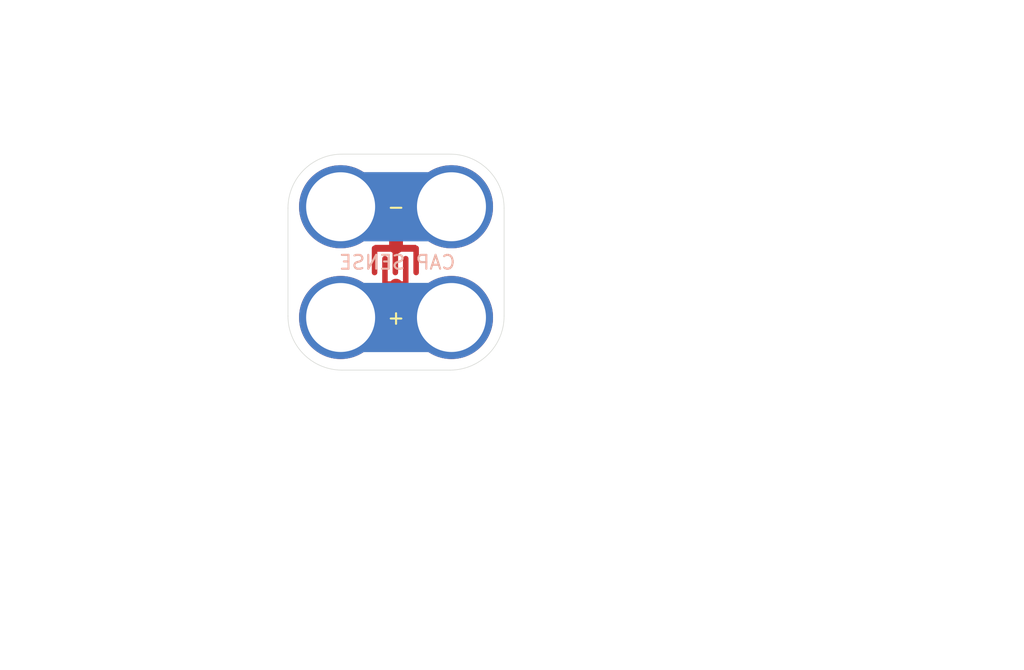
<source format=kicad_pcb>
(kicad_pcb (version 4) (host pcbnew 4.0.4+e1-6308~48~ubuntu16.04.1-stable)

  (general
    (links 4)
    (no_connects 4)
    (area 104.572999 74.854999 178.510001 123.265001)
    (thickness 1.6)
    (drawings 17)
    (tracks 0)
    (zones 0)
    (modules 1)
    (nets 3)
  )

  (page USLetter)
  (title_block
    (title "2x2 Capacitive Touch Module ")
    (date "19 Dec 2016")
    (rev 1.0)
    (company "All rights reserved.")
    (comment 1 help@browndoggadgets.com)
    (comment 2 http://browndoggadgets.com/)
    (comment 3 "Brown Dog Gadgets")
  )

  (layers
    (0 F.Cu signal)
    (31 B.Cu signal)
    (34 B.Paste user)
    (35 F.Paste user)
    (36 B.SilkS user)
    (37 F.SilkS user)
    (38 B.Mask user)
    (39 F.Mask user)
    (44 Edge.Cuts user)
    (46 B.CrtYd user)
    (47 F.CrtYd user)
    (48 B.Fab user)
    (49 F.Fab user)
  )

  (setup
    (last_trace_width 0.254)
    (user_trace_width 0.1524)
    (user_trace_width 0.254)
    (user_trace_width 0.3302)
    (user_trace_width 0.508)
    (user_trace_width 0.762)
    (user_trace_width 1.27)
    (trace_clearance 0.254)
    (zone_clearance 0.508)
    (zone_45_only no)
    (trace_min 0.1524)
    (segment_width 0.1524)
    (edge_width 0.1524)
    (via_size 0.6858)
    (via_drill 0.3302)
    (via_min_size 0.6858)
    (via_min_drill 0.3302)
    (user_via 0.6858 0.3302)
    (user_via 0.762 0.4064)
    (user_via 0.8636 0.508)
    (uvia_size 0.6858)
    (uvia_drill 0.3302)
    (uvias_allowed no)
    (uvia_min_size 0)
    (uvia_min_drill 0)
    (pcb_text_width 0.1524)
    (pcb_text_size 1.016 1.016)
    (mod_edge_width 0.1524)
    (mod_text_size 1.016 1.016)
    (mod_text_width 0.1524)
    (pad_size 1.524 1.524)
    (pad_drill 0.762)
    (pad_to_mask_clearance 0.0762)
    (solder_mask_min_width 0.1016)
    (pad_to_paste_clearance -0.0762)
    (aux_axis_origin 0 0)
    (visible_elements FFFEDF7D)
    (pcbplotparams
      (layerselection 0x310fc_80000001)
      (usegerberextensions true)
      (excludeedgelayer true)
      (linewidth 0.100000)
      (plotframeref false)
      (viasonmask false)
      (mode 1)
      (useauxorigin false)
      (hpglpennumber 1)
      (hpglpenspeed 20)
      (hpglpendiameter 15)
      (hpglpenoverlay 2)
      (psnegative false)
      (psa4output false)
      (plotreference true)
      (plotvalue true)
      (plotinvisibletext false)
      (padsonsilk false)
      (subtractmaskfromsilk false)
      (outputformat 1)
      (mirror false)
      (drillshape 0)
      (scaleselection 1)
      (outputdirectory gerbers))
  )

  (net 0 "")
  (net 1 VCC)
  (net 2 GND)

  (net_class Default "This is the default net class."
    (clearance 0.254)
    (trace_width 0.254)
    (via_dia 0.6858)
    (via_drill 0.3302)
    (uvia_dia 0.6858)
    (uvia_drill 0.3302)
    (add_net GND)
    (add_net VCC)
  )

  (module Rewire_Circuits:TOUCH-SMT-2x2 (layer F.Cu) (tedit 585845A9) (tstamp 58586751)
    (at 129.16 97.79)
    (path /58584474)
    (fp_text reference PAD1 (at 3.97 -4.02) (layer F.Fab)
      (effects (font (size 1.016 1.016) (thickness 0.2032)))
    )
    (fp_text value CapTouch_Pad (at 4.03 2.81) (layer F.Fab) hide
      (effects (font (size 1.016 1.016) (thickness 0.254)))
    )
    (fp_text user "CAP SENSE" (at 4.09 -3.98) (layer B.SilkS)
      (effects (font (size 1 1) (thickness 0.15)) (justify mirror))
    )
    (fp_line (start 0 -8) (end 8 -8) (layer B.Cu) (width 5))
    (fp_line (start 8 -8) (end -0.1 -8) (layer F.Cu) (width 1))
    (fp_text user + (at 4 0) (layer F.SilkS)
      (effects (font (size 1 1) (thickness 0.15)))
    )
    (fp_line (start 3.2 -4.25) (end 3.2 -2.5) (layer F.Cu) (width 0.4))
    (fp_line (start 5.45 -5) (end 5.45 -3.25) (layer F.Cu) (width 0.4))
    (fp_line (start 4.7 -2.5) (end 4.7 -4.25) (layer F.Cu) (width 0.4))
    (fp_line (start 3.95 -5) (end 3.95 -3.25) (layer F.Cu) (width 0.4))
    (fp_line (start 2.45 -5) (end 2.45 -3.25) (layer F.Cu) (width 0.4))
    (fp_text user - (at 4 -8) (layer F.SilkS)
      (effects (font (size 1 1) (thickness 0.15)))
    )
    (fp_line (start 4 -8) (end 4 -5.1) (layer F.Cu) (width 1))
    (fp_line (start 4 -2.3) (end 4 0.6) (layer F.Cu) (width 1))
    (fp_line (start 8 0.6) (end -0.1 0.6) (layer F.Cu) (width 1))
    (fp_line (start 0 -8) (end 8 -8) (layer B.Mask) (width 5))
    (fp_line (start 0 0) (end 8 0) (layer B.Cu) (width 5))
    (fp_line (start 0 0) (end 8 0) (layer B.Mask) (width 5))
    (fp_line (start 7.9 -11.8) (end 0.1 -11.8) (layer Edge.Cuts) (width 0.04064))
    (fp_line (start 7.9 3.8) (end 0.1 3.8) (layer Edge.Cuts) (width 0.04064))
    (fp_line (start 11.8 -0.1) (end 11.8 -7.9) (layer Edge.Cuts) (width 0.04064))
    (fp_line (start -3.8 -0.1) (end -3.8 -7.9) (layer Edge.Cuts) (width 0.04064))
    (fp_arc (start 7.9 -7.9) (end 7.9 -11.8) (angle 90) (layer Edge.Cuts) (width 0.04064))
    (fp_arc (start 7.9 -0.1) (end 11.8 -0.1) (angle 90) (layer Edge.Cuts) (width 0.04064))
    (fp_arc (start 0.1 -0.1) (end 0.1 3.8) (angle 90) (layer Edge.Cuts) (width 0.04064))
    (fp_arc (start 0.1 -7.9) (end -3.8 -7.9) (angle 90) (layer Edge.Cuts) (width 0.04064))
    (fp_line (start 7.9 -11.8) (end 0.1 -11.8) (layer F.Fab) (width 0.04064))
    (fp_line (start 7.9 3.8) (end 0.1 3.8) (layer F.Fab) (width 0.04064))
    (fp_line (start 11.8 -0.1) (end 11.8 -7.9) (layer F.Fab) (width 0.04064))
    (fp_line (start -3.8 -0.1) (end -3.8 -7.9) (layer F.Fab) (width 0.04064))
    (fp_arc (start 7.9 -7.9) (end 7.9 -11.8) (angle 90) (layer F.Fab) (width 0.04064))
    (fp_arc (start 7.9 -0.1) (end 11.8 -0.1) (angle 90) (layer F.Fab) (width 0.04064))
    (fp_arc (start 0.1 -0.1) (end 0.1 3.8) (angle 90) (layer F.Fab) (width 0.04064))
    (fp_arc (start 0.1 -7.9) (end -3.8 -7.9) (angle 90) (layer F.Fab) (width 0.04064))
    (pad 1 smd rect (at 3.95 -5) (size 3 0.5) (layers F.Cu F.Paste F.Mask)
      (net 1 VCC))
    (pad 2 smd rect (at 3.95 -2.365) (size 1.8 0.5) (layers F.Cu F.Paste F.Mask)
      (net 2 GND))
    (pad 3 smd circle (at 3.95 -4) (size 4 4) (layers F.Paste F.Mask))
    (pad 2 thru_hole circle (at 8 0) (size 6 6) (drill 4.98) (layers *.Cu *.Mask)
      (net 2 GND))
    (pad 1 thru_hole circle (at 8 -8) (size 6 6) (drill 4.98) (layers *.Cu *.Mask)
      (net 1 VCC))
    (pad 1 thru_hole circle (at 0 -8) (size 6 6) (drill 4.98) (layers *.Cu *.Mask)
      (net 1 VCC))
    (pad 2 thru_hole circle (at 0 0) (size 6 6) (drill 4.98) (layers *.Cu *.Mask)
      (net 2 GND))
  )

  (gr_circle (center 117.348 76.962) (end 118.618 76.962) (layer Dwgs.User) (width 0.15))
  (gr_line (start 114.427 78.994) (end 114.427 74.93) (angle 90) (layer Dwgs.User) (width 0.15))
  (gr_line (start 120.269 78.994) (end 114.427 78.994) (angle 90) (layer Dwgs.User) (width 0.15))
  (gr_line (start 120.269 74.93) (end 120.269 78.994) (angle 90) (layer Dwgs.User) (width 0.15))
  (gr_line (start 114.427 74.93) (end 120.269 74.93) (angle 90) (layer Dwgs.User) (width 0.15))
  (gr_line (start 120.523 93.98) (end 104.648 93.98) (angle 90) (layer Dwgs.User) (width 0.15))
  (gr_line (start 173.355 102.235) (end 173.355 94.615) (angle 90) (layer Dwgs.User) (width 0.15))
  (gr_line (start 178.435 102.235) (end 173.355 102.235) (angle 90) (layer Dwgs.User) (width 0.15))
  (gr_line (start 178.435 94.615) (end 178.435 102.235) (angle 90) (layer Dwgs.User) (width 0.15))
  (gr_line (start 173.355 94.615) (end 178.435 94.615) (angle 90) (layer Dwgs.User) (width 0.15))
  (gr_line (start 109.093 123.19) (end 109.093 114.3) (angle 90) (layer Dwgs.User) (width 0.15))
  (gr_line (start 122.428 123.19) (end 109.093 123.19) (angle 90) (layer Dwgs.User) (width 0.15))
  (gr_line (start 122.428 114.3) (end 122.428 123.19) (angle 90) (layer Dwgs.User) (width 0.15))
  (gr_line (start 109.093 114.3) (end 122.428 114.3) (angle 90) (layer Dwgs.User) (width 0.15))
  (gr_line (start 104.648 93.98) (end 104.648 82.55) (angle 90) (layer Dwgs.User) (width 0.15))
  (gr_line (start 120.523 82.55) (end 120.523 93.98) (angle 90) (layer Dwgs.User) (width 0.15))
  (gr_line (start 104.648 82.55) (end 120.523 82.55) (angle 90) (layer Dwgs.User) (width 0.15))

)

</source>
